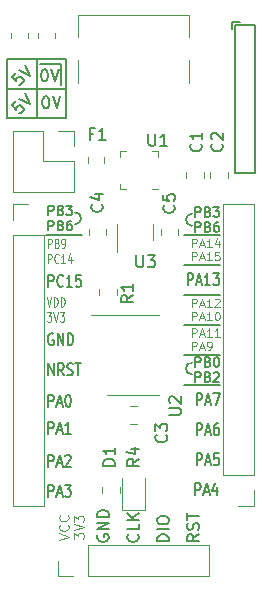
<source format=gbr>
%TF.GenerationSoftware,KiCad,Pcbnew,(6.0.4)*%
%TF.CreationDate,2022-06-12T07:49:13+08:00*%
%TF.ProjectId,G030F6P6_test,47303330-4636-4503-965f-746573742e6b,rev?*%
%TF.SameCoordinates,Original*%
%TF.FileFunction,Legend,Top*%
%TF.FilePolarity,Positive*%
%FSLAX46Y46*%
G04 Gerber Fmt 4.6, Leading zero omitted, Abs format (unit mm)*
G04 Created by KiCad (PCBNEW (6.0.4)) date 2022-06-12 07:49:13*
%MOMM*%
%LPD*%
G01*
G04 APERTURE LIST*
%ADD10C,0.150000*%
%ADD11C,0.200000*%
%ADD12C,0.120000*%
G04 APERTURE END LIST*
D10*
X122618500Y-60071000D02*
X122618500Y-65024000D01*
X135128000Y-85090000D02*
X138176000Y-85090000D01*
D11*
X120142000Y-60071000D02*
X125095000Y-60071000D01*
X125095000Y-60071000D02*
X125095000Y-65024000D01*
X125095000Y-65024000D02*
X120142000Y-65024000D01*
X120142000Y-65024000D02*
X120142000Y-60071000D01*
D10*
X139192000Y-57531000D02*
X139192000Y-56896000D01*
X135128000Y-87630000D02*
X138176000Y-87630000D01*
X122936000Y-60452000D02*
X124714000Y-60452000D01*
X123444000Y-74930000D02*
X126492000Y-74930000D01*
X120142000Y-62547500D02*
X125095000Y-62547500D01*
X135763000Y-85725000D02*
G75*
G03*
X135763000Y-86741000I0J-508000D01*
G01*
X135128000Y-77470000D02*
X138176000Y-77470000D01*
X135763000Y-73152000D02*
G75*
G03*
X135763000Y-74168000I0J-508000D01*
G01*
X139192000Y-56896000D02*
X139827000Y-56896000D01*
X124714000Y-60452000D02*
X124714000Y-62230000D01*
X125857000Y-74041000D02*
G75*
G03*
X125857000Y-73025000I0J508000D01*
G01*
X135128000Y-82550000D02*
X138176000Y-82550000D01*
X135128000Y-80010000D02*
X138176000Y-80010000D01*
X135128000Y-74930000D02*
X138176000Y-74930000D01*
X139446000Y-57150000D02*
X141097000Y-57150000D01*
X141097000Y-57150000D02*
X141097000Y-69723000D01*
X141097000Y-69723000D02*
X139446000Y-69723000D01*
X139446000Y-69723000D02*
X139446000Y-57150000D01*
D12*
X123537857Y-76044904D02*
X123537857Y-75244904D01*
X123766428Y-75244904D01*
X123823571Y-75283000D01*
X123852142Y-75321095D01*
X123880714Y-75397285D01*
X123880714Y-75511571D01*
X123852142Y-75587761D01*
X123823571Y-75625857D01*
X123766428Y-75663952D01*
X123537857Y-75663952D01*
X124337857Y-75625857D02*
X124423571Y-75663952D01*
X124452142Y-75702047D01*
X124480714Y-75778238D01*
X124480714Y-75892523D01*
X124452142Y-75968714D01*
X124423571Y-76006809D01*
X124366428Y-76044904D01*
X124137857Y-76044904D01*
X124137857Y-75244904D01*
X124337857Y-75244904D01*
X124395000Y-75283000D01*
X124423571Y-75321095D01*
X124452142Y-75397285D01*
X124452142Y-75473476D01*
X124423571Y-75549666D01*
X124395000Y-75587761D01*
X124337857Y-75625857D01*
X124137857Y-75625857D01*
X124766428Y-76044904D02*
X124880714Y-76044904D01*
X124937857Y-76006809D01*
X124966428Y-75968714D01*
X125023571Y-75854428D01*
X125052142Y-75702047D01*
X125052142Y-75397285D01*
X125023571Y-75321095D01*
X124995000Y-75283000D01*
X124937857Y-75244904D01*
X124823571Y-75244904D01*
X124766428Y-75283000D01*
X124737857Y-75321095D01*
X124709285Y-75397285D01*
X124709285Y-75587761D01*
X124737857Y-75663952D01*
X124766428Y-75702047D01*
X124823571Y-75740142D01*
X124937857Y-75740142D01*
X124995000Y-75702047D01*
X125023571Y-75663952D01*
X125052142Y-75587761D01*
X123537857Y-77332904D02*
X123537857Y-76532904D01*
X123766428Y-76532904D01*
X123823571Y-76571000D01*
X123852142Y-76609095D01*
X123880714Y-76685285D01*
X123880714Y-76799571D01*
X123852142Y-76875761D01*
X123823571Y-76913857D01*
X123766428Y-76951952D01*
X123537857Y-76951952D01*
X124480714Y-77256714D02*
X124452142Y-77294809D01*
X124366428Y-77332904D01*
X124309285Y-77332904D01*
X124223571Y-77294809D01*
X124166428Y-77218619D01*
X124137857Y-77142428D01*
X124109285Y-76990047D01*
X124109285Y-76875761D01*
X124137857Y-76723380D01*
X124166428Y-76647190D01*
X124223571Y-76571000D01*
X124309285Y-76532904D01*
X124366428Y-76532904D01*
X124452142Y-76571000D01*
X124480714Y-76609095D01*
X125052142Y-77332904D02*
X124709285Y-77332904D01*
X124880714Y-77332904D02*
X124880714Y-76532904D01*
X124823571Y-76647190D01*
X124766428Y-76723380D01*
X124709285Y-76761476D01*
X125566428Y-76799571D02*
X125566428Y-77332904D01*
X125423571Y-76494809D02*
X125280714Y-77066238D01*
X125652142Y-77066238D01*
D10*
X123604976Y-89479380D02*
X123604976Y-88479380D01*
X123909738Y-88479380D01*
X123985928Y-88527000D01*
X124024023Y-88574619D01*
X124062119Y-88669857D01*
X124062119Y-88812714D01*
X124024023Y-88907952D01*
X123985928Y-88955571D01*
X123909738Y-89003190D01*
X123604976Y-89003190D01*
X124366880Y-89193666D02*
X124747833Y-89193666D01*
X124290690Y-89479380D02*
X124557357Y-88479380D01*
X124824023Y-89479380D01*
X125243071Y-88479380D02*
X125319261Y-88479380D01*
X125395452Y-88527000D01*
X125433547Y-88574619D01*
X125471642Y-88669857D01*
X125509738Y-88860333D01*
X125509738Y-89098428D01*
X125471642Y-89288904D01*
X125433547Y-89384142D01*
X125395452Y-89431761D01*
X125319261Y-89479380D01*
X125243071Y-89479380D01*
X125166880Y-89431761D01*
X125128785Y-89384142D01*
X125090690Y-89288904D01*
X125052595Y-89098428D01*
X125052595Y-88860333D01*
X125090690Y-88669857D01*
X125128785Y-88574619D01*
X125166880Y-88527000D01*
X125243071Y-88479380D01*
X136050976Y-96972380D02*
X136050976Y-95972380D01*
X136355738Y-95972380D01*
X136431928Y-96020000D01*
X136470023Y-96067619D01*
X136508119Y-96162857D01*
X136508119Y-96305714D01*
X136470023Y-96400952D01*
X136431928Y-96448571D01*
X136355738Y-96496190D01*
X136050976Y-96496190D01*
X136812880Y-96686666D02*
X137193833Y-96686666D01*
X136736690Y-96972380D02*
X137003357Y-95972380D01*
X137270023Y-96972380D01*
X137879547Y-96305714D02*
X137879547Y-96972380D01*
X137689071Y-95924761D02*
X137498595Y-96639047D01*
X137993833Y-96639047D01*
D12*
X135766238Y-75953166D02*
X135766238Y-75253166D01*
X136032905Y-75253166D01*
X136099572Y-75286500D01*
X136132905Y-75319833D01*
X136166238Y-75386500D01*
X136166238Y-75486500D01*
X136132905Y-75553166D01*
X136099572Y-75586500D01*
X136032905Y-75619833D01*
X135766238Y-75619833D01*
X136432905Y-75753166D02*
X136766238Y-75753166D01*
X136366238Y-75953166D02*
X136599572Y-75253166D01*
X136832905Y-75953166D01*
X137432905Y-75953166D02*
X137032905Y-75953166D01*
X137232905Y-75953166D02*
X137232905Y-75253166D01*
X137166238Y-75353166D01*
X137099572Y-75419833D01*
X137032905Y-75453166D01*
X138032905Y-75486500D02*
X138032905Y-75953166D01*
X137866238Y-75219833D02*
X137699572Y-75719833D01*
X138132905Y-75719833D01*
X135766238Y-77080166D02*
X135766238Y-76380166D01*
X136032905Y-76380166D01*
X136099572Y-76413500D01*
X136132905Y-76446833D01*
X136166238Y-76513500D01*
X136166238Y-76613500D01*
X136132905Y-76680166D01*
X136099572Y-76713500D01*
X136032905Y-76746833D01*
X135766238Y-76746833D01*
X136432905Y-76880166D02*
X136766238Y-76880166D01*
X136366238Y-77080166D02*
X136599572Y-76380166D01*
X136832905Y-77080166D01*
X137432905Y-77080166D02*
X137032905Y-77080166D01*
X137232905Y-77080166D02*
X137232905Y-76380166D01*
X137166238Y-76480166D01*
X137099572Y-76546833D01*
X137032905Y-76580166D01*
X138066238Y-76380166D02*
X137732905Y-76380166D01*
X137699572Y-76713500D01*
X137732905Y-76680166D01*
X137799572Y-76646833D01*
X137966238Y-76646833D01*
X138032905Y-76680166D01*
X138066238Y-76713500D01*
X138099572Y-76780166D01*
X138099572Y-76946833D01*
X138066238Y-77013500D01*
X138032905Y-77046833D01*
X137966238Y-77080166D01*
X137799572Y-77080166D01*
X137732905Y-77046833D01*
X137699572Y-77013500D01*
D10*
X120890087Y-63628461D02*
X120553370Y-63965179D01*
X120856416Y-64335568D01*
X120856416Y-64268225D01*
X120890087Y-64167209D01*
X121058446Y-63998851D01*
X121159461Y-63965179D01*
X121226805Y-63965179D01*
X121327820Y-63998851D01*
X121496179Y-64167209D01*
X121529851Y-64268225D01*
X121529851Y-64335568D01*
X121496179Y-64436583D01*
X121327820Y-64604942D01*
X121226805Y-64638614D01*
X121159461Y-64638614D01*
X121125790Y-63392759D02*
X122068599Y-63864164D01*
X121597194Y-62921355D01*
X136165262Y-91892380D02*
X136165262Y-90892380D01*
X136470024Y-90892380D01*
X136546214Y-90940000D01*
X136584309Y-90987619D01*
X136622405Y-91082857D01*
X136622405Y-91225714D01*
X136584309Y-91320952D01*
X136546214Y-91368571D01*
X136470024Y-91416190D01*
X136165262Y-91416190D01*
X136927166Y-91606666D02*
X137308119Y-91606666D01*
X136850976Y-91892380D02*
X137117643Y-90892380D01*
X137384309Y-91892380D01*
X137993833Y-90892380D02*
X137841452Y-90892380D01*
X137765262Y-90940000D01*
X137727166Y-90987619D01*
X137650976Y-91130476D01*
X137612881Y-91320952D01*
X137612881Y-91701904D01*
X137650976Y-91797142D01*
X137689071Y-91844761D01*
X137765262Y-91892380D01*
X137917643Y-91892380D01*
X137993833Y-91844761D01*
X138031928Y-91797142D01*
X138070024Y-91701904D01*
X138070024Y-91463809D01*
X138031928Y-91368571D01*
X137993833Y-91320952D01*
X137917643Y-91273333D01*
X137765262Y-91273333D01*
X137689071Y-91320952D01*
X137650976Y-91368571D01*
X137612881Y-91463809D01*
X124024023Y-83320000D02*
X123947833Y-83272380D01*
X123833547Y-83272380D01*
X123719261Y-83320000D01*
X123643071Y-83415238D01*
X123604976Y-83510476D01*
X123566880Y-83700952D01*
X123566880Y-83843809D01*
X123604976Y-84034285D01*
X123643071Y-84129523D01*
X123719261Y-84224761D01*
X123833547Y-84272380D01*
X123909738Y-84272380D01*
X124024023Y-84224761D01*
X124062119Y-84177142D01*
X124062119Y-83843809D01*
X123909738Y-83843809D01*
X124404976Y-84272380D02*
X124404976Y-83272380D01*
X124862119Y-84272380D01*
X124862119Y-83272380D01*
X125243071Y-84272380D02*
X125243071Y-83272380D01*
X125433547Y-83272380D01*
X125547833Y-83320000D01*
X125624023Y-83415238D01*
X125662119Y-83510476D01*
X125700214Y-83700952D01*
X125700214Y-83843809D01*
X125662119Y-84034285D01*
X125624023Y-84129523D01*
X125547833Y-84224761D01*
X125433547Y-84272380D01*
X125243071Y-84272380D01*
X123348809Y-63206380D02*
X123444047Y-63206380D01*
X123539285Y-63254000D01*
X123586904Y-63301619D01*
X123634523Y-63396857D01*
X123682142Y-63587333D01*
X123682142Y-63825428D01*
X123634523Y-64015904D01*
X123586904Y-64111142D01*
X123539285Y-64158761D01*
X123444047Y-64206380D01*
X123348809Y-64206380D01*
X123253571Y-64158761D01*
X123205952Y-64111142D01*
X123158333Y-64015904D01*
X123110714Y-63825428D01*
X123110714Y-63587333D01*
X123158333Y-63396857D01*
X123205952Y-63301619D01*
X123253571Y-63254000D01*
X123348809Y-63206380D01*
X123967857Y-63206380D02*
X124301190Y-64206380D01*
X124634523Y-63206380D01*
X123604976Y-79319380D02*
X123604976Y-78319380D01*
X123909738Y-78319380D01*
X123985928Y-78367000D01*
X124024023Y-78414619D01*
X124062119Y-78509857D01*
X124062119Y-78652714D01*
X124024023Y-78747952D01*
X123985928Y-78795571D01*
X123909738Y-78843190D01*
X123604976Y-78843190D01*
X124862119Y-79224142D02*
X124824023Y-79271761D01*
X124709738Y-79319380D01*
X124633547Y-79319380D01*
X124519261Y-79271761D01*
X124443071Y-79176523D01*
X124404976Y-79081285D01*
X124366880Y-78890809D01*
X124366880Y-78747952D01*
X124404976Y-78557476D01*
X124443071Y-78462238D01*
X124519261Y-78367000D01*
X124633547Y-78319380D01*
X124709738Y-78319380D01*
X124824023Y-78367000D01*
X124862119Y-78414619D01*
X125624023Y-79319380D02*
X125166880Y-79319380D01*
X125395452Y-79319380D02*
X125395452Y-78319380D01*
X125319261Y-78462238D01*
X125243071Y-78557476D01*
X125166880Y-78605095D01*
X126347833Y-78319380D02*
X125966880Y-78319380D01*
X125928785Y-78795571D01*
X125966880Y-78747952D01*
X126043071Y-78700333D01*
X126233547Y-78700333D01*
X126309738Y-78747952D01*
X126347833Y-78795571D01*
X126385928Y-78890809D01*
X126385928Y-79128904D01*
X126347833Y-79224142D01*
X126309738Y-79271761D01*
X126233547Y-79319380D01*
X126043071Y-79319380D01*
X125966880Y-79271761D01*
X125928785Y-79224142D01*
X123604976Y-97099380D02*
X123604976Y-96099380D01*
X123909738Y-96099380D01*
X123985928Y-96147000D01*
X124024023Y-96194619D01*
X124062119Y-96289857D01*
X124062119Y-96432714D01*
X124024023Y-96527952D01*
X123985928Y-96575571D01*
X123909738Y-96623190D01*
X123604976Y-96623190D01*
X124366880Y-96813666D02*
X124747833Y-96813666D01*
X124290690Y-97099380D02*
X124557357Y-96099380D01*
X124824023Y-97099380D01*
X125014500Y-96099380D02*
X125509738Y-96099380D01*
X125243071Y-96480333D01*
X125357357Y-96480333D01*
X125433547Y-96527952D01*
X125471642Y-96575571D01*
X125509738Y-96670809D01*
X125509738Y-96908904D01*
X125471642Y-97004142D01*
X125433547Y-97051761D01*
X125357357Y-97099380D01*
X125128785Y-97099380D01*
X125052595Y-97051761D01*
X125014500Y-97004142D01*
X131167142Y-100290238D02*
X131214761Y-100337857D01*
X131262380Y-100480714D01*
X131262380Y-100575952D01*
X131214761Y-100718809D01*
X131119523Y-100814047D01*
X131024285Y-100861666D01*
X130833809Y-100909285D01*
X130690952Y-100909285D01*
X130500476Y-100861666D01*
X130405238Y-100814047D01*
X130310000Y-100718809D01*
X130262380Y-100575952D01*
X130262380Y-100480714D01*
X130310000Y-100337857D01*
X130357619Y-100290238D01*
X131262380Y-99385476D02*
X131262380Y-99861666D01*
X130262380Y-99861666D01*
X131262380Y-99052142D02*
X130262380Y-99052142D01*
X131262380Y-98480714D02*
X130690952Y-98909285D01*
X130262380Y-98480714D02*
X130833809Y-99052142D01*
D12*
X135766238Y-83543166D02*
X135766238Y-82843166D01*
X136032905Y-82843166D01*
X136099572Y-82876500D01*
X136132905Y-82909833D01*
X136166238Y-82976500D01*
X136166238Y-83076500D01*
X136132905Y-83143166D01*
X136099572Y-83176500D01*
X136032905Y-83209833D01*
X135766238Y-83209833D01*
X136432905Y-83343166D02*
X136766238Y-83343166D01*
X136366238Y-83543166D02*
X136599572Y-82843166D01*
X136832905Y-83543166D01*
X137432905Y-83543166D02*
X137032905Y-83543166D01*
X137232905Y-83543166D02*
X137232905Y-82843166D01*
X137166238Y-82943166D01*
X137099572Y-83009833D01*
X137032905Y-83043166D01*
X138099572Y-83543166D02*
X137699572Y-83543166D01*
X137899572Y-83543166D02*
X137899572Y-82843166D01*
X137832905Y-82943166D01*
X137766238Y-83009833D01*
X137699572Y-83043166D01*
X135766238Y-84670166D02*
X135766238Y-83970166D01*
X136032905Y-83970166D01*
X136099572Y-84003500D01*
X136132905Y-84036833D01*
X136166238Y-84103500D01*
X136166238Y-84203500D01*
X136132905Y-84270166D01*
X136099572Y-84303500D01*
X136032905Y-84336833D01*
X135766238Y-84336833D01*
X136432905Y-84470166D02*
X136766238Y-84470166D01*
X136366238Y-84670166D02*
X136599572Y-83970166D01*
X136832905Y-84670166D01*
X137099572Y-84670166D02*
X137232905Y-84670166D01*
X137299572Y-84636833D01*
X137332905Y-84603500D01*
X137399572Y-84503500D01*
X137432905Y-84370166D01*
X137432905Y-84103500D01*
X137399572Y-84036833D01*
X137366238Y-84003500D01*
X137299572Y-83970166D01*
X137166238Y-83970166D01*
X137099572Y-84003500D01*
X137066238Y-84036833D01*
X137032905Y-84103500D01*
X137032905Y-84270166D01*
X137066238Y-84336833D01*
X137099572Y-84370166D01*
X137166238Y-84403500D01*
X137299572Y-84403500D01*
X137366238Y-84370166D01*
X137399572Y-84336833D01*
X137432905Y-84270166D01*
D10*
X123604976Y-91765380D02*
X123604976Y-90765380D01*
X123909738Y-90765380D01*
X123985928Y-90813000D01*
X124024023Y-90860619D01*
X124062119Y-90955857D01*
X124062119Y-91098714D01*
X124024023Y-91193952D01*
X123985928Y-91241571D01*
X123909738Y-91289190D01*
X123604976Y-91289190D01*
X124366880Y-91479666D02*
X124747833Y-91479666D01*
X124290690Y-91765380D02*
X124557357Y-90765380D01*
X124824023Y-91765380D01*
X125509738Y-91765380D02*
X125052595Y-91765380D01*
X125281166Y-91765380D02*
X125281166Y-90765380D01*
X125204976Y-90908238D01*
X125128785Y-91003476D01*
X125052595Y-91051095D01*
X123221809Y-60920380D02*
X123317047Y-60920380D01*
X123412285Y-60968000D01*
X123459904Y-61015619D01*
X123507523Y-61110857D01*
X123555142Y-61301333D01*
X123555142Y-61539428D01*
X123507523Y-61729904D01*
X123459904Y-61825142D01*
X123412285Y-61872761D01*
X123317047Y-61920380D01*
X123221809Y-61920380D01*
X123126571Y-61872761D01*
X123078952Y-61825142D01*
X123031333Y-61729904D01*
X122983714Y-61539428D01*
X122983714Y-61301333D01*
X123031333Y-61110857D01*
X123078952Y-61015619D01*
X123126571Y-60968000D01*
X123221809Y-60920380D01*
X123840857Y-60920380D02*
X124174190Y-61920380D01*
X124507523Y-60920380D01*
X123604976Y-73250904D02*
X123604976Y-72450904D01*
X123909738Y-72450904D01*
X123985928Y-72489000D01*
X124024023Y-72527095D01*
X124062119Y-72603285D01*
X124062119Y-72717571D01*
X124024023Y-72793761D01*
X123985928Y-72831857D01*
X123909738Y-72869952D01*
X123604976Y-72869952D01*
X124671642Y-72831857D02*
X124785928Y-72869952D01*
X124824023Y-72908047D01*
X124862119Y-72984238D01*
X124862119Y-73098523D01*
X124824023Y-73174714D01*
X124785928Y-73212809D01*
X124709738Y-73250904D01*
X124404976Y-73250904D01*
X124404976Y-72450904D01*
X124671642Y-72450904D01*
X124747833Y-72489000D01*
X124785928Y-72527095D01*
X124824023Y-72603285D01*
X124824023Y-72679476D01*
X124785928Y-72755666D01*
X124747833Y-72793761D01*
X124671642Y-72831857D01*
X124404976Y-72831857D01*
X125128785Y-72450904D02*
X125624023Y-72450904D01*
X125357357Y-72755666D01*
X125471642Y-72755666D01*
X125547833Y-72793761D01*
X125585928Y-72831857D01*
X125624023Y-72908047D01*
X125624023Y-73098523D01*
X125585928Y-73174714D01*
X125547833Y-73212809D01*
X125471642Y-73250904D01*
X125243071Y-73250904D01*
X125166880Y-73212809D01*
X125128785Y-73174714D01*
X123604976Y-74538904D02*
X123604976Y-73738904D01*
X123909738Y-73738904D01*
X123985928Y-73777000D01*
X124024023Y-73815095D01*
X124062119Y-73891285D01*
X124062119Y-74005571D01*
X124024023Y-74081761D01*
X123985928Y-74119857D01*
X123909738Y-74157952D01*
X123604976Y-74157952D01*
X124671642Y-74119857D02*
X124785928Y-74157952D01*
X124824023Y-74196047D01*
X124862119Y-74272238D01*
X124862119Y-74386523D01*
X124824023Y-74462714D01*
X124785928Y-74500809D01*
X124709738Y-74538904D01*
X124404976Y-74538904D01*
X124404976Y-73738904D01*
X124671642Y-73738904D01*
X124747833Y-73777000D01*
X124785928Y-73815095D01*
X124824023Y-73891285D01*
X124824023Y-73967476D01*
X124785928Y-74043666D01*
X124747833Y-74081761D01*
X124671642Y-74119857D01*
X124404976Y-74119857D01*
X125547833Y-73738904D02*
X125395452Y-73738904D01*
X125319261Y-73777000D01*
X125281166Y-73815095D01*
X125204976Y-73929380D01*
X125166880Y-74081761D01*
X125166880Y-74386523D01*
X125204976Y-74462714D01*
X125243071Y-74500809D01*
X125319261Y-74538904D01*
X125471642Y-74538904D01*
X125547833Y-74500809D01*
X125585928Y-74462714D01*
X125624023Y-74386523D01*
X125624023Y-74196047D01*
X125585928Y-74119857D01*
X125547833Y-74081761D01*
X125471642Y-74043666D01*
X125319261Y-74043666D01*
X125243071Y-74081761D01*
X125204976Y-74119857D01*
X125166880Y-74196047D01*
X133802380Y-100861666D02*
X132802380Y-100861666D01*
X132802380Y-100623571D01*
X132850000Y-100480714D01*
X132945238Y-100385476D01*
X133040476Y-100337857D01*
X133230952Y-100290237D01*
X133373809Y-100290237D01*
X133564285Y-100337857D01*
X133659523Y-100385476D01*
X133754761Y-100480714D01*
X133802380Y-100623571D01*
X133802380Y-100861666D01*
X133802380Y-99861666D02*
X132802380Y-99861666D01*
X132802380Y-99194999D02*
X132802380Y-99004523D01*
X132850000Y-98909285D01*
X132945238Y-98814047D01*
X133135714Y-98766428D01*
X133469047Y-98766428D01*
X133659523Y-98814047D01*
X133754761Y-98909285D01*
X133802380Y-99004523D01*
X133802380Y-99194999D01*
X133754761Y-99290237D01*
X133659523Y-99385476D01*
X133469047Y-99433095D01*
X133135714Y-99433095D01*
X132945238Y-99385476D01*
X132850000Y-99290237D01*
X132802380Y-99194999D01*
X136050976Y-73377904D02*
X136050976Y-72577904D01*
X136355738Y-72577904D01*
X136431928Y-72616000D01*
X136470023Y-72654095D01*
X136508119Y-72730285D01*
X136508119Y-72844571D01*
X136470023Y-72920761D01*
X136431928Y-72958857D01*
X136355738Y-72996952D01*
X136050976Y-72996952D01*
X137117642Y-72958857D02*
X137231928Y-72996952D01*
X137270023Y-73035047D01*
X137308119Y-73111238D01*
X137308119Y-73225523D01*
X137270023Y-73301714D01*
X137231928Y-73339809D01*
X137155738Y-73377904D01*
X136850976Y-73377904D01*
X136850976Y-72577904D01*
X137117642Y-72577904D01*
X137193833Y-72616000D01*
X137231928Y-72654095D01*
X137270023Y-72730285D01*
X137270023Y-72806476D01*
X137231928Y-72882666D01*
X137193833Y-72920761D01*
X137117642Y-72958857D01*
X136850976Y-72958857D01*
X137574785Y-72577904D02*
X138070023Y-72577904D01*
X137803357Y-72882666D01*
X137917642Y-72882666D01*
X137993833Y-72920761D01*
X138031928Y-72958857D01*
X138070023Y-73035047D01*
X138070023Y-73225523D01*
X138031928Y-73301714D01*
X137993833Y-73339809D01*
X137917642Y-73377904D01*
X137689071Y-73377904D01*
X137612880Y-73339809D01*
X137574785Y-73301714D01*
X136050976Y-74665904D02*
X136050976Y-73865904D01*
X136355738Y-73865904D01*
X136431928Y-73904000D01*
X136470023Y-73942095D01*
X136508119Y-74018285D01*
X136508119Y-74132571D01*
X136470023Y-74208761D01*
X136431928Y-74246857D01*
X136355738Y-74284952D01*
X136050976Y-74284952D01*
X137117642Y-74246857D02*
X137231928Y-74284952D01*
X137270023Y-74323047D01*
X137308119Y-74399238D01*
X137308119Y-74513523D01*
X137270023Y-74589714D01*
X137231928Y-74627809D01*
X137155738Y-74665904D01*
X136850976Y-74665904D01*
X136850976Y-73865904D01*
X137117642Y-73865904D01*
X137193833Y-73904000D01*
X137231928Y-73942095D01*
X137270023Y-74018285D01*
X137270023Y-74094476D01*
X137231928Y-74170666D01*
X137193833Y-74208761D01*
X137117642Y-74246857D01*
X136850976Y-74246857D01*
X137993833Y-73865904D02*
X137841452Y-73865904D01*
X137765261Y-73904000D01*
X137727166Y-73942095D01*
X137650976Y-74056380D01*
X137612880Y-74208761D01*
X137612880Y-74513523D01*
X137650976Y-74589714D01*
X137689071Y-74627809D01*
X137765261Y-74665904D01*
X137917642Y-74665904D01*
X137993833Y-74627809D01*
X138031928Y-74589714D01*
X138070023Y-74513523D01*
X138070023Y-74323047D01*
X138031928Y-74246857D01*
X137993833Y-74208761D01*
X137917642Y-74170666D01*
X137765261Y-74170666D01*
X137689071Y-74208761D01*
X137650976Y-74246857D01*
X137612880Y-74323047D01*
X123604976Y-86812380D02*
X123604976Y-85812380D01*
X124062119Y-86812380D01*
X124062119Y-85812380D01*
X124900214Y-86812380D02*
X124633547Y-86336190D01*
X124443071Y-86812380D02*
X124443071Y-85812380D01*
X124747833Y-85812380D01*
X124824023Y-85860000D01*
X124862119Y-85907619D01*
X124900214Y-86002857D01*
X124900214Y-86145714D01*
X124862119Y-86240952D01*
X124824023Y-86288571D01*
X124747833Y-86336190D01*
X124443071Y-86336190D01*
X125204976Y-86764761D02*
X125319261Y-86812380D01*
X125509738Y-86812380D01*
X125585928Y-86764761D01*
X125624023Y-86717142D01*
X125662119Y-86621904D01*
X125662119Y-86526666D01*
X125624023Y-86431428D01*
X125585928Y-86383809D01*
X125509738Y-86336190D01*
X125357357Y-86288571D01*
X125281166Y-86240952D01*
X125243071Y-86193333D01*
X125204976Y-86098095D01*
X125204976Y-86002857D01*
X125243071Y-85907619D01*
X125281166Y-85860000D01*
X125357357Y-85812380D01*
X125547833Y-85812380D01*
X125662119Y-85860000D01*
X125890690Y-85812380D02*
X126347833Y-85812380D01*
X126119261Y-86812380D02*
X126119261Y-85812380D01*
D12*
X123452142Y-80197904D02*
X123652142Y-80997904D01*
X123852142Y-80197904D01*
X124052142Y-80997904D02*
X124052142Y-80197904D01*
X124195000Y-80197904D01*
X124280714Y-80236000D01*
X124337857Y-80312190D01*
X124366428Y-80388380D01*
X124395000Y-80540761D01*
X124395000Y-80655047D01*
X124366428Y-80807428D01*
X124337857Y-80883619D01*
X124280714Y-80959809D01*
X124195000Y-80997904D01*
X124052142Y-80997904D01*
X124652142Y-80997904D02*
X124652142Y-80197904D01*
X124795000Y-80197904D01*
X124880714Y-80236000D01*
X124937857Y-80312190D01*
X124966428Y-80388380D01*
X124995000Y-80540761D01*
X124995000Y-80655047D01*
X124966428Y-80807428D01*
X124937857Y-80883619D01*
X124880714Y-80959809D01*
X124795000Y-80997904D01*
X124652142Y-80997904D01*
X123480714Y-81485904D02*
X123852142Y-81485904D01*
X123652142Y-81790666D01*
X123737857Y-81790666D01*
X123795000Y-81828761D01*
X123823571Y-81866857D01*
X123852142Y-81943047D01*
X123852142Y-82133523D01*
X123823571Y-82209714D01*
X123795000Y-82247809D01*
X123737857Y-82285904D01*
X123566428Y-82285904D01*
X123509285Y-82247809D01*
X123480714Y-82209714D01*
X124023571Y-81485904D02*
X124223571Y-82285904D01*
X124423571Y-81485904D01*
X124566428Y-81485904D02*
X124937857Y-81485904D01*
X124737857Y-81790666D01*
X124823571Y-81790666D01*
X124880714Y-81828761D01*
X124909285Y-81866857D01*
X124937857Y-81943047D01*
X124937857Y-82133523D01*
X124909285Y-82209714D01*
X124880714Y-82247809D01*
X124823571Y-82285904D01*
X124652142Y-82285904D01*
X124595000Y-82247809D01*
X124566428Y-82209714D01*
D10*
X127770000Y-100337857D02*
X127722380Y-100433095D01*
X127722380Y-100575953D01*
X127770000Y-100718810D01*
X127865238Y-100814048D01*
X127960476Y-100861667D01*
X128150952Y-100909286D01*
X128293809Y-100909286D01*
X128484285Y-100861667D01*
X128579523Y-100814048D01*
X128674761Y-100718810D01*
X128722380Y-100575953D01*
X128722380Y-100480714D01*
X128674761Y-100337857D01*
X128627142Y-100290238D01*
X128293809Y-100290238D01*
X128293809Y-100480714D01*
X128722380Y-99861667D02*
X127722380Y-99861667D01*
X128722380Y-99290238D01*
X127722380Y-99290238D01*
X128722380Y-98814048D02*
X127722380Y-98814048D01*
X127722380Y-98575953D01*
X127770000Y-98433095D01*
X127865238Y-98337857D01*
X127960476Y-98290238D01*
X128150952Y-98242619D01*
X128293809Y-98242619D01*
X128484285Y-98290238D01*
X128579523Y-98337857D01*
X128674761Y-98433095D01*
X128722380Y-98575953D01*
X128722380Y-98814048D01*
D12*
X124520904Y-100737857D02*
X125320904Y-100471191D01*
X124520904Y-100204524D01*
X125244714Y-99480714D02*
X125282809Y-99518810D01*
X125320904Y-99633095D01*
X125320904Y-99709286D01*
X125282809Y-99823571D01*
X125206619Y-99899762D01*
X125130428Y-99937857D01*
X124978047Y-99975952D01*
X124863761Y-99975952D01*
X124711380Y-99937857D01*
X124635190Y-99899762D01*
X124559000Y-99823571D01*
X124520904Y-99709286D01*
X124520904Y-99633095D01*
X124559000Y-99518810D01*
X124597095Y-99480714D01*
X125244714Y-98680714D02*
X125282809Y-98718810D01*
X125320904Y-98833095D01*
X125320904Y-98909286D01*
X125282809Y-99023571D01*
X125206619Y-99099762D01*
X125130428Y-99137857D01*
X124978047Y-99175952D01*
X124863761Y-99175952D01*
X124711380Y-99137857D01*
X124635190Y-99099762D01*
X124559000Y-99023571D01*
X124520904Y-98909286D01*
X124520904Y-98833095D01*
X124559000Y-98718810D01*
X124597095Y-98680714D01*
X125808904Y-100661667D02*
X125808904Y-100166429D01*
X126113666Y-100433095D01*
X126113666Y-100318810D01*
X126151761Y-100242619D01*
X126189857Y-100204524D01*
X126266047Y-100166429D01*
X126456523Y-100166429D01*
X126532714Y-100204524D01*
X126570809Y-100242619D01*
X126608904Y-100318810D01*
X126608904Y-100547381D01*
X126570809Y-100623571D01*
X126532714Y-100661667D01*
X125808904Y-99937857D02*
X126608904Y-99671191D01*
X125808904Y-99404524D01*
X125808904Y-99214048D02*
X125808904Y-98718810D01*
X126113666Y-98985476D01*
X126113666Y-98871191D01*
X126151761Y-98795000D01*
X126189857Y-98756905D01*
X126266047Y-98718810D01*
X126456523Y-98718810D01*
X126532714Y-98756905D01*
X126570809Y-98795000D01*
X126608904Y-98871191D01*
X126608904Y-99099762D01*
X126570809Y-99175952D01*
X126532714Y-99214048D01*
D10*
X136342380Y-100290238D02*
X135866190Y-100623571D01*
X136342380Y-100861666D02*
X135342380Y-100861666D01*
X135342380Y-100480714D01*
X135390000Y-100385476D01*
X135437619Y-100337857D01*
X135532857Y-100290238D01*
X135675714Y-100290238D01*
X135770952Y-100337857D01*
X135818571Y-100385476D01*
X135866190Y-100480714D01*
X135866190Y-100861666D01*
X136294761Y-99909285D02*
X136342380Y-99766428D01*
X136342380Y-99528333D01*
X136294761Y-99433095D01*
X136247142Y-99385476D01*
X136151904Y-99337857D01*
X136056666Y-99337857D01*
X135961428Y-99385476D01*
X135913809Y-99433095D01*
X135866190Y-99528333D01*
X135818571Y-99718809D01*
X135770952Y-99814047D01*
X135723333Y-99861666D01*
X135628095Y-99909285D01*
X135532857Y-99909285D01*
X135437619Y-99861666D01*
X135390000Y-99814047D01*
X135342380Y-99718809D01*
X135342380Y-99480714D01*
X135390000Y-99337857D01*
X135342380Y-99052142D02*
X135342380Y-98480714D01*
X136342380Y-98766428D02*
X135342380Y-98766428D01*
X136165262Y-89352380D02*
X136165262Y-88352380D01*
X136470024Y-88352380D01*
X136546214Y-88400000D01*
X136584309Y-88447619D01*
X136622405Y-88542857D01*
X136622405Y-88685714D01*
X136584309Y-88780952D01*
X136546214Y-88828571D01*
X136470024Y-88876190D01*
X136165262Y-88876190D01*
X136927166Y-89066666D02*
X137308119Y-89066666D01*
X136850976Y-89352380D02*
X137117643Y-88352380D01*
X137384309Y-89352380D01*
X137574786Y-88352380D02*
X138108119Y-88352380D01*
X137765262Y-89352380D01*
D12*
X135766238Y-81033166D02*
X135766238Y-80333166D01*
X136032905Y-80333166D01*
X136099572Y-80366500D01*
X136132905Y-80399833D01*
X136166238Y-80466500D01*
X136166238Y-80566500D01*
X136132905Y-80633166D01*
X136099572Y-80666500D01*
X136032905Y-80699833D01*
X135766238Y-80699833D01*
X136432905Y-80833166D02*
X136766238Y-80833166D01*
X136366238Y-81033166D02*
X136599572Y-80333166D01*
X136832905Y-81033166D01*
X137432905Y-81033166D02*
X137032905Y-81033166D01*
X137232905Y-81033166D02*
X137232905Y-80333166D01*
X137166238Y-80433166D01*
X137099572Y-80499833D01*
X137032905Y-80533166D01*
X137699572Y-80399833D02*
X137732905Y-80366500D01*
X137799572Y-80333166D01*
X137966238Y-80333166D01*
X138032905Y-80366500D01*
X138066238Y-80399833D01*
X138099572Y-80466500D01*
X138099572Y-80533166D01*
X138066238Y-80633166D01*
X137666238Y-81033166D01*
X138099572Y-81033166D01*
X135766238Y-82160166D02*
X135766238Y-81460166D01*
X136032905Y-81460166D01*
X136099572Y-81493500D01*
X136132905Y-81526833D01*
X136166238Y-81593500D01*
X136166238Y-81693500D01*
X136132905Y-81760166D01*
X136099572Y-81793500D01*
X136032905Y-81826833D01*
X135766238Y-81826833D01*
X136432905Y-81960166D02*
X136766238Y-81960166D01*
X136366238Y-82160166D02*
X136599572Y-81460166D01*
X136832905Y-82160166D01*
X137432905Y-82160166D02*
X137032905Y-82160166D01*
X137232905Y-82160166D02*
X137232905Y-81460166D01*
X137166238Y-81560166D01*
X137099572Y-81626833D01*
X137032905Y-81660166D01*
X137866238Y-81460166D02*
X137932905Y-81460166D01*
X137999572Y-81493500D01*
X138032905Y-81526833D01*
X138066238Y-81593500D01*
X138099572Y-81726833D01*
X138099572Y-81893500D01*
X138066238Y-82026833D01*
X138032905Y-82093500D01*
X137999572Y-82126833D01*
X137932905Y-82160166D01*
X137866238Y-82160166D01*
X137799572Y-82126833D01*
X137766238Y-82093500D01*
X137732905Y-82026833D01*
X137699572Y-81893500D01*
X137699572Y-81726833D01*
X137732905Y-81593500D01*
X137766238Y-81526833D01*
X137799572Y-81493500D01*
X137866238Y-81460166D01*
D10*
X120890087Y-61215461D02*
X120553370Y-61552179D01*
X120856416Y-61922568D01*
X120856416Y-61855225D01*
X120890087Y-61754209D01*
X121058446Y-61585851D01*
X121159461Y-61552179D01*
X121226805Y-61552179D01*
X121327820Y-61585851D01*
X121496179Y-61754209D01*
X121529851Y-61855225D01*
X121529851Y-61922568D01*
X121496179Y-62023583D01*
X121327820Y-62191942D01*
X121226805Y-62225614D01*
X121159461Y-62225614D01*
X121125790Y-60979759D02*
X122068599Y-61451164D01*
X121597194Y-60508355D01*
X123604976Y-94559380D02*
X123604976Y-93559380D01*
X123909738Y-93559380D01*
X123985928Y-93607000D01*
X124024023Y-93654619D01*
X124062119Y-93749857D01*
X124062119Y-93892714D01*
X124024023Y-93987952D01*
X123985928Y-94035571D01*
X123909738Y-94083190D01*
X123604976Y-94083190D01*
X124366880Y-94273666D02*
X124747833Y-94273666D01*
X124290690Y-94559380D02*
X124557357Y-93559380D01*
X124824023Y-94559380D01*
X125052595Y-93654619D02*
X125090690Y-93607000D01*
X125166880Y-93559380D01*
X125357357Y-93559380D01*
X125433547Y-93607000D01*
X125471642Y-93654619D01*
X125509738Y-93749857D01*
X125509738Y-93845095D01*
X125471642Y-93987952D01*
X125014500Y-94559380D01*
X125509738Y-94559380D01*
X136177976Y-94432380D02*
X136177976Y-93432380D01*
X136482738Y-93432380D01*
X136558928Y-93480000D01*
X136597023Y-93527619D01*
X136635119Y-93622857D01*
X136635119Y-93765714D01*
X136597023Y-93860952D01*
X136558928Y-93908571D01*
X136482738Y-93956190D01*
X136177976Y-93956190D01*
X136939880Y-94146666D02*
X137320833Y-94146666D01*
X136863690Y-94432380D02*
X137130357Y-93432380D01*
X137397023Y-94432380D01*
X138044642Y-93432380D02*
X137663690Y-93432380D01*
X137625595Y-93908571D01*
X137663690Y-93860952D01*
X137739880Y-93813333D01*
X137930357Y-93813333D01*
X138006547Y-93860952D01*
X138044642Y-93908571D01*
X138082738Y-94003809D01*
X138082738Y-94241904D01*
X138044642Y-94337142D01*
X138006547Y-94384761D01*
X137930357Y-94432380D01*
X137739880Y-94432380D01*
X137663690Y-94384761D01*
X137625595Y-94337142D01*
X135403357Y-79192380D02*
X135403357Y-78192380D01*
X135708119Y-78192380D01*
X135784309Y-78240000D01*
X135822404Y-78287619D01*
X135860500Y-78382857D01*
X135860500Y-78525714D01*
X135822404Y-78620952D01*
X135784309Y-78668571D01*
X135708119Y-78716190D01*
X135403357Y-78716190D01*
X136165261Y-78906666D02*
X136546214Y-78906666D01*
X136089071Y-79192380D02*
X136355738Y-78192380D01*
X136622404Y-79192380D01*
X137308119Y-79192380D02*
X136850976Y-79192380D01*
X137079547Y-79192380D02*
X137079547Y-78192380D01*
X137003357Y-78335238D01*
X136927166Y-78430476D01*
X136850976Y-78478095D01*
X137574785Y-78192380D02*
X138070023Y-78192380D01*
X137803357Y-78573333D01*
X137917642Y-78573333D01*
X137993833Y-78620952D01*
X138031928Y-78668571D01*
X138070023Y-78763809D01*
X138070023Y-79001904D01*
X138031928Y-79097142D01*
X137993833Y-79144761D01*
X137917642Y-79192380D01*
X137689071Y-79192380D01*
X137612881Y-79144761D01*
X137574785Y-79097142D01*
X136050976Y-86077904D02*
X136050976Y-85277904D01*
X136355738Y-85277904D01*
X136431928Y-85316000D01*
X136470023Y-85354095D01*
X136508119Y-85430285D01*
X136508119Y-85544571D01*
X136470023Y-85620761D01*
X136431928Y-85658857D01*
X136355738Y-85696952D01*
X136050976Y-85696952D01*
X137117642Y-85658857D02*
X137231928Y-85696952D01*
X137270023Y-85735047D01*
X137308119Y-85811238D01*
X137308119Y-85925523D01*
X137270023Y-86001714D01*
X137231928Y-86039809D01*
X137155738Y-86077904D01*
X136850976Y-86077904D01*
X136850976Y-85277904D01*
X137117642Y-85277904D01*
X137193833Y-85316000D01*
X137231928Y-85354095D01*
X137270023Y-85430285D01*
X137270023Y-85506476D01*
X137231928Y-85582666D01*
X137193833Y-85620761D01*
X137117642Y-85658857D01*
X136850976Y-85658857D01*
X137803357Y-85277904D02*
X137879547Y-85277904D01*
X137955738Y-85316000D01*
X137993833Y-85354095D01*
X138031928Y-85430285D01*
X138070023Y-85582666D01*
X138070023Y-85773142D01*
X138031928Y-85925523D01*
X137993833Y-86001714D01*
X137955738Y-86039809D01*
X137879547Y-86077904D01*
X137803357Y-86077904D01*
X137727166Y-86039809D01*
X137689071Y-86001714D01*
X137650976Y-85925523D01*
X137612880Y-85773142D01*
X137612880Y-85582666D01*
X137650976Y-85430285D01*
X137689071Y-85354095D01*
X137727166Y-85316000D01*
X137803357Y-85277904D01*
X136050976Y-87365904D02*
X136050976Y-86565904D01*
X136355738Y-86565904D01*
X136431928Y-86604000D01*
X136470023Y-86642095D01*
X136508119Y-86718285D01*
X136508119Y-86832571D01*
X136470023Y-86908761D01*
X136431928Y-86946857D01*
X136355738Y-86984952D01*
X136050976Y-86984952D01*
X137117642Y-86946857D02*
X137231928Y-86984952D01*
X137270023Y-87023047D01*
X137308119Y-87099238D01*
X137308119Y-87213523D01*
X137270023Y-87289714D01*
X137231928Y-87327809D01*
X137155738Y-87365904D01*
X136850976Y-87365904D01*
X136850976Y-86565904D01*
X137117642Y-86565904D01*
X137193833Y-86604000D01*
X137231928Y-86642095D01*
X137270023Y-86718285D01*
X137270023Y-86794476D01*
X137231928Y-86870666D01*
X137193833Y-86908761D01*
X137117642Y-86946857D01*
X136850976Y-86946857D01*
X137612880Y-86642095D02*
X137650976Y-86604000D01*
X137727166Y-86565904D01*
X137917642Y-86565904D01*
X137993833Y-86604000D01*
X138031928Y-86642095D01*
X138070023Y-86718285D01*
X138070023Y-86794476D01*
X138031928Y-86908761D01*
X137574785Y-87365904D01*
X138070023Y-87365904D01*
%TO.C,D1*%
X129230380Y-94464095D02*
X128230380Y-94464095D01*
X128230380Y-94226000D01*
X128278000Y-94083142D01*
X128373238Y-93987904D01*
X128468476Y-93940285D01*
X128658952Y-93892666D01*
X128801809Y-93892666D01*
X128992285Y-93940285D01*
X129087523Y-93987904D01*
X129182761Y-94083142D01*
X129230380Y-94226000D01*
X129230380Y-94464095D01*
X129230380Y-92940285D02*
X129230380Y-93511714D01*
X129230380Y-93226000D02*
X128230380Y-93226000D01*
X128373238Y-93321238D01*
X128468476Y-93416476D01*
X128516095Y-93511714D01*
%TO.C,F1*%
X127428666Y-66349571D02*
X127095333Y-66349571D01*
X127095333Y-66873380D02*
X127095333Y-65873380D01*
X127571523Y-65873380D01*
X128476285Y-66873380D02*
X127904857Y-66873380D01*
X128190571Y-66873380D02*
X128190571Y-65873380D01*
X128095333Y-66016238D01*
X128000095Y-66111476D01*
X127904857Y-66159095D01*
%TO.C,R1*%
X130754380Y-80049666D02*
X130278190Y-80383000D01*
X130754380Y-80621095D02*
X129754380Y-80621095D01*
X129754380Y-80240142D01*
X129802000Y-80144904D01*
X129849619Y-80097285D01*
X129944857Y-80049666D01*
X130087714Y-80049666D01*
X130182952Y-80097285D01*
X130230571Y-80144904D01*
X130278190Y-80240142D01*
X130278190Y-80621095D01*
X130754380Y-79097285D02*
X130754380Y-79668714D01*
X130754380Y-79383000D02*
X129754380Y-79383000D01*
X129897238Y-79478238D01*
X129992476Y-79573476D01*
X130040095Y-79668714D01*
%TO.C,R4*%
X131262380Y-93892666D02*
X130786190Y-94226000D01*
X131262380Y-94464095D02*
X130262380Y-94464095D01*
X130262380Y-94083142D01*
X130310000Y-93987904D01*
X130357619Y-93940285D01*
X130452857Y-93892666D01*
X130595714Y-93892666D01*
X130690952Y-93940285D01*
X130738571Y-93987904D01*
X130786190Y-94083142D01*
X130786190Y-94464095D01*
X130595714Y-93035523D02*
X131262380Y-93035523D01*
X130214761Y-93273619D02*
X130929047Y-93511714D01*
X130929047Y-92892666D01*
%TO.C,U3*%
X131064095Y-76668380D02*
X131064095Y-77477904D01*
X131111714Y-77573142D01*
X131159333Y-77620761D01*
X131254571Y-77668380D01*
X131445047Y-77668380D01*
X131540285Y-77620761D01*
X131587904Y-77573142D01*
X131635523Y-77477904D01*
X131635523Y-76668380D01*
X132016476Y-76668380D02*
X132635523Y-76668380D01*
X132302190Y-77049333D01*
X132445047Y-77049333D01*
X132540285Y-77096952D01*
X132587904Y-77144571D01*
X132635523Y-77239809D01*
X132635523Y-77477904D01*
X132587904Y-77573142D01*
X132540285Y-77620761D01*
X132445047Y-77668380D01*
X132159333Y-77668380D01*
X132064095Y-77620761D01*
X132016476Y-77573142D01*
%TO.C,C1*%
X136501142Y-67222666D02*
X136548761Y-67270285D01*
X136596380Y-67413142D01*
X136596380Y-67508380D01*
X136548761Y-67651238D01*
X136453523Y-67746476D01*
X136358285Y-67794095D01*
X136167809Y-67841714D01*
X136024952Y-67841714D01*
X135834476Y-67794095D01*
X135739238Y-67746476D01*
X135644000Y-67651238D01*
X135596380Y-67508380D01*
X135596380Y-67413142D01*
X135644000Y-67270285D01*
X135691619Y-67222666D01*
X136596380Y-66270285D02*
X136596380Y-66841714D01*
X136596380Y-66556000D02*
X135596380Y-66556000D01*
X135739238Y-66651238D01*
X135834476Y-66746476D01*
X135882095Y-66841714D01*
%TO.C,U1*%
X132080095Y-66381380D02*
X132080095Y-67190904D01*
X132127714Y-67286142D01*
X132175333Y-67333761D01*
X132270571Y-67381380D01*
X132461047Y-67381380D01*
X132556285Y-67333761D01*
X132603904Y-67286142D01*
X132651523Y-67190904D01*
X132651523Y-66381380D01*
X133651523Y-67381380D02*
X133080095Y-67381380D01*
X133365809Y-67381380D02*
X133365809Y-66381380D01*
X133270571Y-66524238D01*
X133175333Y-66619476D01*
X133080095Y-66667095D01*
%TO.C,C2*%
X138279142Y-67222666D02*
X138326761Y-67270285D01*
X138374380Y-67413142D01*
X138374380Y-67508380D01*
X138326761Y-67651238D01*
X138231523Y-67746476D01*
X138136285Y-67794095D01*
X137945809Y-67841714D01*
X137802952Y-67841714D01*
X137612476Y-67794095D01*
X137517238Y-67746476D01*
X137422000Y-67651238D01*
X137374380Y-67508380D01*
X137374380Y-67413142D01*
X137422000Y-67270285D01*
X137469619Y-67222666D01*
X137469619Y-66841714D02*
X137422000Y-66794095D01*
X137374380Y-66698857D01*
X137374380Y-66460761D01*
X137422000Y-66365523D01*
X137469619Y-66317904D01*
X137564857Y-66270285D01*
X137660095Y-66270285D01*
X137802952Y-66317904D01*
X138374380Y-66889333D01*
X138374380Y-66270285D01*
%TO.C,C5*%
X134215142Y-72429666D02*
X134262761Y-72477285D01*
X134310380Y-72620142D01*
X134310380Y-72715380D01*
X134262761Y-72858238D01*
X134167523Y-72953476D01*
X134072285Y-73001095D01*
X133881809Y-73048714D01*
X133738952Y-73048714D01*
X133548476Y-73001095D01*
X133453238Y-72953476D01*
X133358000Y-72858238D01*
X133310380Y-72715380D01*
X133310380Y-72620142D01*
X133358000Y-72477285D01*
X133405619Y-72429666D01*
X133310380Y-71524904D02*
X133310380Y-72001095D01*
X133786571Y-72048714D01*
X133738952Y-72001095D01*
X133691333Y-71905857D01*
X133691333Y-71667761D01*
X133738952Y-71572523D01*
X133786571Y-71524904D01*
X133881809Y-71477285D01*
X134119904Y-71477285D01*
X134215142Y-71524904D01*
X134262761Y-71572523D01*
X134310380Y-71667761D01*
X134310380Y-71905857D01*
X134262761Y-72001095D01*
X134215142Y-72048714D01*
%TO.C,U2*%
X133818380Y-90169904D02*
X134627904Y-90169904D01*
X134723142Y-90122285D01*
X134770761Y-90074666D01*
X134818380Y-89979428D01*
X134818380Y-89788952D01*
X134770761Y-89693714D01*
X134723142Y-89646095D01*
X134627904Y-89598476D01*
X133818380Y-89598476D01*
X133913619Y-89169904D02*
X133866000Y-89122285D01*
X133818380Y-89027047D01*
X133818380Y-88788952D01*
X133866000Y-88693714D01*
X133913619Y-88646095D01*
X134008857Y-88598476D01*
X134104095Y-88598476D01*
X134246952Y-88646095D01*
X134818380Y-89217523D01*
X134818380Y-88598476D01*
%TO.C,C4*%
X128119142Y-72351166D02*
X128166761Y-72398785D01*
X128214380Y-72541642D01*
X128214380Y-72636880D01*
X128166761Y-72779738D01*
X128071523Y-72874976D01*
X127976285Y-72922595D01*
X127785809Y-72970214D01*
X127642952Y-72970214D01*
X127452476Y-72922595D01*
X127357238Y-72874976D01*
X127262000Y-72779738D01*
X127214380Y-72636880D01*
X127214380Y-72541642D01*
X127262000Y-72398785D01*
X127309619Y-72351166D01*
X127547714Y-71494023D02*
X128214380Y-71494023D01*
X127166761Y-71732119D02*
X127881047Y-71970214D01*
X127881047Y-71351166D01*
%TO.C,C3*%
X133580142Y-91860666D02*
X133627761Y-91908285D01*
X133675380Y-92051142D01*
X133675380Y-92146380D01*
X133627761Y-92289238D01*
X133532523Y-92384476D01*
X133437285Y-92432095D01*
X133246809Y-92479714D01*
X133103952Y-92479714D01*
X132913476Y-92432095D01*
X132818238Y-92384476D01*
X132723000Y-92289238D01*
X132675380Y-92146380D01*
X132675380Y-92051142D01*
X132723000Y-91908285D01*
X132770619Y-91860666D01*
X132675380Y-91527333D02*
X132675380Y-90908285D01*
X133056333Y-91241619D01*
X133056333Y-91098761D01*
X133103952Y-91003523D01*
X133151571Y-90955904D01*
X133246809Y-90908285D01*
X133484904Y-90908285D01*
X133580142Y-90955904D01*
X133627761Y-91003523D01*
X133675380Y-91098761D01*
X133675380Y-91384476D01*
X133627761Y-91479714D01*
X133580142Y-91527333D01*
D12*
%TO.C,D1*%
X129845000Y-95520000D02*
X129845000Y-98205000D01*
X129845000Y-98205000D02*
X131765000Y-98205000D01*
X131765000Y-98205000D02*
X131765000Y-95520000D01*
%TO.C,F1*%
X128345000Y-68321422D02*
X128345000Y-68838578D01*
X126925000Y-68321422D02*
X126925000Y-68838578D01*
%TO.C,R1*%
X129386000Y-79983064D02*
X129386000Y-79528936D01*
X127916000Y-79983064D02*
X127916000Y-79528936D01*
%TO.C,R3*%
X122709000Y-57811936D02*
X122709000Y-58266064D01*
X124179000Y-57811936D02*
X124179000Y-58266064D01*
%TO.C,J2*%
X141030000Y-96520000D02*
X141030000Y-97850000D01*
X141030000Y-97850000D02*
X139700000Y-97850000D01*
X138370000Y-95250000D02*
X138370000Y-72330000D01*
X141030000Y-72330000D02*
X138370000Y-72330000D01*
X141030000Y-95250000D02*
X141030000Y-72330000D01*
X141030000Y-95250000D02*
X138370000Y-95250000D01*
%TO.C,R4*%
X129635000Y-96292936D02*
X129635000Y-96747064D01*
X128165000Y-96292936D02*
X128165000Y-96747064D01*
%TO.C,U3*%
X132497000Y-74676000D02*
X132497000Y-74026000D01*
X132497000Y-74676000D02*
X132497000Y-75326000D01*
X129377000Y-74676000D02*
X129377000Y-76351000D01*
X129377000Y-74676000D02*
X129377000Y-74026000D01*
%TO.C,C1*%
X136752000Y-69588748D02*
X136752000Y-70111252D01*
X135282000Y-69588748D02*
X135282000Y-70111252D01*
%TO.C,U1*%
X129667500Y-67855000D02*
X129667500Y-68330000D01*
X130142500Y-71075000D02*
X129667500Y-71075000D01*
X132412500Y-71075000D02*
X132887500Y-71075000D01*
X132887500Y-67855000D02*
X132887500Y-68330000D01*
X130142500Y-67855000D02*
X129667500Y-67855000D01*
X129667500Y-71075000D02*
X129667500Y-70600000D01*
X132412500Y-67855000D02*
X132887500Y-67855000D01*
%TO.C,J3*%
X135510000Y-62098000D02*
X135510000Y-60098000D01*
X135510000Y-56298000D02*
X126110000Y-56298000D01*
X126110000Y-62098000D02*
X126110000Y-60098000D01*
X135510000Y-58198000D02*
X135510000Y-56298000D01*
X126110000Y-58198000D02*
X126110000Y-56298000D01*
%TO.C,C2*%
X137314000Y-69588748D02*
X137314000Y-70111252D01*
X138784000Y-69588748D02*
X138784000Y-70111252D01*
%TO.C,C5*%
X133123000Y-74414748D02*
X133123000Y-74937252D01*
X134593000Y-74414748D02*
X134593000Y-74937252D01*
%TO.C,J4*%
X125790000Y-66107000D02*
X125790000Y-67437000D01*
X120590000Y-66107000D02*
X123190000Y-66107000D01*
X124460000Y-66107000D02*
X125790000Y-66107000D01*
X125790000Y-68707000D02*
X125790000Y-71307000D01*
X120590000Y-71307000D02*
X125790000Y-71307000D01*
X123190000Y-68707000D02*
X125790000Y-68707000D01*
X123190000Y-66107000D02*
X123190000Y-68707000D01*
X120590000Y-66107000D02*
X120590000Y-71307000D01*
%TO.C,J1*%
X120590000Y-74930000D02*
X123250000Y-74930000D01*
X120590000Y-74930000D02*
X120590000Y-97850000D01*
X120590000Y-97850000D02*
X123250000Y-97850000D01*
X120590000Y-72330000D02*
X121920000Y-72330000D01*
X120590000Y-73660000D02*
X120590000Y-72330000D01*
X123250000Y-74930000D02*
X123250000Y-97850000D01*
%TO.C,U2*%
X130810000Y-88475000D02*
X128610000Y-88475000D01*
X130810000Y-81705000D02*
X133010000Y-81705000D01*
X130810000Y-81705000D02*
X127210000Y-81705000D01*
X130810000Y-88475000D02*
X133010000Y-88475000D01*
%TO.C,C4*%
X128497000Y-74414748D02*
X128497000Y-74937252D01*
X127027000Y-74414748D02*
X127027000Y-74937252D01*
%TO.C,C3*%
X131071252Y-90905000D02*
X130548748Y-90905000D01*
X131071252Y-89435000D02*
X130548748Y-89435000D01*
%TO.C,J5*%
X137220000Y-103830000D02*
X137220000Y-101170000D01*
X124400000Y-103830000D02*
X124400000Y-102500000D01*
X127000000Y-101170000D02*
X137220000Y-101170000D01*
X127000000Y-103830000D02*
X127000000Y-101170000D01*
X127000000Y-103830000D02*
X137220000Y-103830000D01*
X125730000Y-103830000D02*
X124400000Y-103830000D01*
%TO.C,R2*%
X120423000Y-57811936D02*
X120423000Y-58266064D01*
X121893000Y-57811936D02*
X121893000Y-58266064D01*
%TD*%
M02*

</source>
